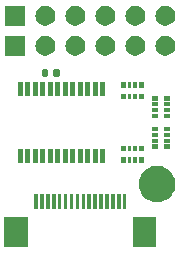
<source format=gbr>
%TF.GenerationSoftware,KiCad,Pcbnew,8.0.8-8.0.8-0~ubuntu24.04.1*%
%TF.CreationDate,2025-03-22T16:56:25+00:00*%
%TF.ProjectId,FSRrayDMUX-ADC,46535272-6179-4444-9d55-582d4144432e,rev?*%
%TF.SameCoordinates,Original*%
%TF.FileFunction,Soldermask,Bot*%
%TF.FilePolarity,Negative*%
%FSLAX46Y46*%
G04 Gerber Fmt 4.6, Leading zero omitted, Abs format (unit mm)*
G04 Created by KiCad (PCBNEW 8.0.8-8.0.8-0~ubuntu24.04.1) date 2025-03-22 16:56:25*
%MOMM*%
%LPD*%
G01*
G04 APERTURE LIST*
G04 APERTURE END LIST*
G36*
X149560000Y-142540000D02*
G01*
X147560000Y-142540000D01*
X147560000Y-140040000D01*
X149560000Y-140040000D01*
X149560000Y-142540000D01*
G37*
G36*
X160440000Y-142540000D02*
G01*
X158440000Y-142540000D01*
X158440000Y-140040000D01*
X160440000Y-140040000D01*
X160440000Y-142540000D01*
G37*
G36*
X150400000Y-139335000D02*
G01*
X150100000Y-139335000D01*
X150100000Y-138085000D01*
X150400000Y-138085000D01*
X150400000Y-139335000D01*
G37*
G36*
X150900000Y-139335000D02*
G01*
X150600000Y-139335000D01*
X150600000Y-138085000D01*
X150900000Y-138085000D01*
X150900000Y-139335000D01*
G37*
G36*
X151400000Y-139335000D02*
G01*
X151100000Y-139335000D01*
X151100000Y-138085000D01*
X151400000Y-138085000D01*
X151400000Y-139335000D01*
G37*
G36*
X151900000Y-139335000D02*
G01*
X151600000Y-139335000D01*
X151600000Y-138085000D01*
X151900000Y-138085000D01*
X151900000Y-139335000D01*
G37*
G36*
X152400000Y-139335000D02*
G01*
X152100000Y-139335000D01*
X152100000Y-138085000D01*
X152400000Y-138085000D01*
X152400000Y-139335000D01*
G37*
G36*
X152900000Y-139335000D02*
G01*
X152600000Y-139335000D01*
X152600000Y-138085000D01*
X152900000Y-138085000D01*
X152900000Y-139335000D01*
G37*
G36*
X153400000Y-139335000D02*
G01*
X153100000Y-139335000D01*
X153100000Y-138085000D01*
X153400000Y-138085000D01*
X153400000Y-139335000D01*
G37*
G36*
X153900000Y-139335000D02*
G01*
X153600000Y-139335000D01*
X153600000Y-138085000D01*
X153900000Y-138085000D01*
X153900000Y-139335000D01*
G37*
G36*
X154400000Y-139335000D02*
G01*
X154100000Y-139335000D01*
X154100000Y-138085000D01*
X154400000Y-138085000D01*
X154400000Y-139335000D01*
G37*
G36*
X154900000Y-139335000D02*
G01*
X154600000Y-139335000D01*
X154600000Y-138085000D01*
X154900000Y-138085000D01*
X154900000Y-139335000D01*
G37*
G36*
X155400000Y-139335000D02*
G01*
X155100000Y-139335000D01*
X155100000Y-138085000D01*
X155400000Y-138085000D01*
X155400000Y-139335000D01*
G37*
G36*
X155900000Y-139335000D02*
G01*
X155600000Y-139335000D01*
X155600000Y-138085000D01*
X155900000Y-138085000D01*
X155900000Y-139335000D01*
G37*
G36*
X156400000Y-139335000D02*
G01*
X156100000Y-139335000D01*
X156100000Y-138085000D01*
X156400000Y-138085000D01*
X156400000Y-139335000D01*
G37*
G36*
X156900000Y-139335000D02*
G01*
X156600000Y-139335000D01*
X156600000Y-138085000D01*
X156900000Y-138085000D01*
X156900000Y-139335000D01*
G37*
G36*
X157400000Y-139335000D02*
G01*
X157100000Y-139335000D01*
X157100000Y-138085000D01*
X157400000Y-138085000D01*
X157400000Y-139335000D01*
G37*
G36*
X157900000Y-139335000D02*
G01*
X157600000Y-139335000D01*
X157600000Y-138085000D01*
X157900000Y-138085000D01*
X157900000Y-139335000D01*
G37*
G36*
X160742473Y-135669083D02*
G01*
X160978976Y-135725862D01*
X161203685Y-135818940D01*
X161411067Y-135946024D01*
X161596016Y-136103984D01*
X161753976Y-136288933D01*
X161881060Y-136496315D01*
X161974138Y-136721024D01*
X162030917Y-136957527D01*
X162050000Y-137200000D01*
X162030917Y-137442473D01*
X161974138Y-137678976D01*
X161881060Y-137903685D01*
X161753976Y-138111067D01*
X161596016Y-138296016D01*
X161411067Y-138453976D01*
X161203685Y-138581060D01*
X160978976Y-138674138D01*
X160742473Y-138730917D01*
X160500000Y-138750000D01*
X160257527Y-138730917D01*
X160021024Y-138674138D01*
X159796315Y-138581060D01*
X159588933Y-138453976D01*
X159403984Y-138296016D01*
X159246024Y-138111067D01*
X159118940Y-137903685D01*
X159025862Y-137678976D01*
X158969083Y-137442473D01*
X158950000Y-137200000D01*
X158969083Y-136957527D01*
X159025862Y-136721024D01*
X159118940Y-136496315D01*
X159246024Y-136288933D01*
X159403984Y-136103984D01*
X159588933Y-135946024D01*
X159796315Y-135818940D01*
X160021024Y-135725862D01*
X160257527Y-135669083D01*
X160500000Y-135650000D01*
X160742473Y-135669083D01*
G37*
G36*
X149099845Y-134216560D02*
G01*
X149106496Y-134221004D01*
X149110940Y-134227655D01*
X149112500Y-134235500D01*
X149112500Y-135434500D01*
X149110940Y-135442345D01*
X149106496Y-135448996D01*
X149099845Y-135453440D01*
X149092000Y-135455000D01*
X148723000Y-135455000D01*
X148715155Y-135453440D01*
X148708504Y-135448996D01*
X148704060Y-135442345D01*
X148702500Y-135434500D01*
X148702500Y-134235500D01*
X148704060Y-134227655D01*
X148708504Y-134221004D01*
X148715155Y-134216560D01*
X148723000Y-134215000D01*
X149092000Y-134215000D01*
X149099845Y-134216560D01*
G37*
G36*
X149734845Y-134216560D02*
G01*
X149741496Y-134221004D01*
X149745940Y-134227655D01*
X149747500Y-134235500D01*
X149747500Y-135434500D01*
X149745940Y-135442345D01*
X149741496Y-135448996D01*
X149734845Y-135453440D01*
X149727000Y-135455000D01*
X149358000Y-135455000D01*
X149350155Y-135453440D01*
X149343504Y-135448996D01*
X149339060Y-135442345D01*
X149337500Y-135434500D01*
X149337500Y-134235500D01*
X149339060Y-134227655D01*
X149343504Y-134221004D01*
X149350155Y-134216560D01*
X149358000Y-134215000D01*
X149727000Y-134215000D01*
X149734845Y-134216560D01*
G37*
G36*
X150369845Y-134216560D02*
G01*
X150376496Y-134221004D01*
X150380940Y-134227655D01*
X150382500Y-134235500D01*
X150382500Y-135434500D01*
X150380940Y-135442345D01*
X150376496Y-135448996D01*
X150369845Y-135453440D01*
X150362000Y-135455000D01*
X149993000Y-135455000D01*
X149985155Y-135453440D01*
X149978504Y-135448996D01*
X149974060Y-135442345D01*
X149972500Y-135434500D01*
X149972500Y-134235500D01*
X149974060Y-134227655D01*
X149978504Y-134221004D01*
X149985155Y-134216560D01*
X149993000Y-134215000D01*
X150362000Y-134215000D01*
X150369845Y-134216560D01*
G37*
G36*
X151004845Y-134216560D02*
G01*
X151011496Y-134221004D01*
X151015940Y-134227655D01*
X151017500Y-134235500D01*
X151017500Y-135434500D01*
X151015940Y-135442345D01*
X151011496Y-135448996D01*
X151004845Y-135453440D01*
X150997000Y-135455000D01*
X150628000Y-135455000D01*
X150620155Y-135453440D01*
X150613504Y-135448996D01*
X150609060Y-135442345D01*
X150607500Y-135434500D01*
X150607500Y-134235500D01*
X150609060Y-134227655D01*
X150613504Y-134221004D01*
X150620155Y-134216560D01*
X150628000Y-134215000D01*
X150997000Y-134215000D01*
X151004845Y-134216560D01*
G37*
G36*
X151639845Y-134216560D02*
G01*
X151646496Y-134221004D01*
X151650940Y-134227655D01*
X151652500Y-134235500D01*
X151652500Y-135434500D01*
X151650940Y-135442345D01*
X151646496Y-135448996D01*
X151639845Y-135453440D01*
X151632000Y-135455000D01*
X151263000Y-135455000D01*
X151255155Y-135453440D01*
X151248504Y-135448996D01*
X151244060Y-135442345D01*
X151242500Y-135434500D01*
X151242500Y-134235500D01*
X151244060Y-134227655D01*
X151248504Y-134221004D01*
X151255155Y-134216560D01*
X151263000Y-134215000D01*
X151632000Y-134215000D01*
X151639845Y-134216560D01*
G37*
G36*
X152274845Y-134216560D02*
G01*
X152281496Y-134221004D01*
X152285940Y-134227655D01*
X152287500Y-134235500D01*
X152287500Y-135434500D01*
X152285940Y-135442345D01*
X152281496Y-135448996D01*
X152274845Y-135453440D01*
X152267000Y-135455000D01*
X151898000Y-135455000D01*
X151890155Y-135453440D01*
X151883504Y-135448996D01*
X151879060Y-135442345D01*
X151877500Y-135434500D01*
X151877500Y-134235500D01*
X151879060Y-134227655D01*
X151883504Y-134221004D01*
X151890155Y-134216560D01*
X151898000Y-134215000D01*
X152267000Y-134215000D01*
X152274845Y-134216560D01*
G37*
G36*
X152909845Y-134216560D02*
G01*
X152916496Y-134221004D01*
X152920940Y-134227655D01*
X152922500Y-134235500D01*
X152922500Y-135434500D01*
X152920940Y-135442345D01*
X152916496Y-135448996D01*
X152909845Y-135453440D01*
X152902000Y-135455000D01*
X152533000Y-135455000D01*
X152525155Y-135453440D01*
X152518504Y-135448996D01*
X152514060Y-135442345D01*
X152512500Y-135434500D01*
X152512500Y-134235500D01*
X152514060Y-134227655D01*
X152518504Y-134221004D01*
X152525155Y-134216560D01*
X152533000Y-134215000D01*
X152902000Y-134215000D01*
X152909845Y-134216560D01*
G37*
G36*
X153544845Y-134216560D02*
G01*
X153551496Y-134221004D01*
X153555940Y-134227655D01*
X153557500Y-134235500D01*
X153557500Y-135434500D01*
X153555940Y-135442345D01*
X153551496Y-135448996D01*
X153544845Y-135453440D01*
X153537000Y-135455000D01*
X153168000Y-135455000D01*
X153160155Y-135453440D01*
X153153504Y-135448996D01*
X153149060Y-135442345D01*
X153147500Y-135434500D01*
X153147500Y-134235500D01*
X153149060Y-134227655D01*
X153153504Y-134221004D01*
X153160155Y-134216560D01*
X153168000Y-134215000D01*
X153537000Y-134215000D01*
X153544845Y-134216560D01*
G37*
G36*
X154179845Y-134216560D02*
G01*
X154186496Y-134221004D01*
X154190940Y-134227655D01*
X154192500Y-134235500D01*
X154192500Y-135434500D01*
X154190940Y-135442345D01*
X154186496Y-135448996D01*
X154179845Y-135453440D01*
X154172000Y-135455000D01*
X153803000Y-135455000D01*
X153795155Y-135453440D01*
X153788504Y-135448996D01*
X153784060Y-135442345D01*
X153782500Y-135434500D01*
X153782500Y-134235500D01*
X153784060Y-134227655D01*
X153788504Y-134221004D01*
X153795155Y-134216560D01*
X153803000Y-134215000D01*
X154172000Y-134215000D01*
X154179845Y-134216560D01*
G37*
G36*
X154814845Y-134216560D02*
G01*
X154821496Y-134221004D01*
X154825940Y-134227655D01*
X154827500Y-134235500D01*
X154827500Y-135434500D01*
X154825940Y-135442345D01*
X154821496Y-135448996D01*
X154814845Y-135453440D01*
X154807000Y-135455000D01*
X154438000Y-135455000D01*
X154430155Y-135453440D01*
X154423504Y-135448996D01*
X154419060Y-135442345D01*
X154417500Y-135434500D01*
X154417500Y-134235500D01*
X154419060Y-134227655D01*
X154423504Y-134221004D01*
X154430155Y-134216560D01*
X154438000Y-134215000D01*
X154807000Y-134215000D01*
X154814845Y-134216560D01*
G37*
G36*
X155449845Y-134216560D02*
G01*
X155456496Y-134221004D01*
X155460940Y-134227655D01*
X155462500Y-134235500D01*
X155462500Y-135434500D01*
X155460940Y-135442345D01*
X155456496Y-135448996D01*
X155449845Y-135453440D01*
X155442000Y-135455000D01*
X155073000Y-135455000D01*
X155065155Y-135453440D01*
X155058504Y-135448996D01*
X155054060Y-135442345D01*
X155052500Y-135434500D01*
X155052500Y-134235500D01*
X155054060Y-134227655D01*
X155058504Y-134221004D01*
X155065155Y-134216560D01*
X155073000Y-134215000D01*
X155442000Y-134215000D01*
X155449845Y-134216560D01*
G37*
G36*
X156084845Y-134216560D02*
G01*
X156091496Y-134221004D01*
X156095940Y-134227655D01*
X156097500Y-134235500D01*
X156097500Y-135434500D01*
X156095940Y-135442345D01*
X156091496Y-135448996D01*
X156084845Y-135453440D01*
X156077000Y-135455000D01*
X155708000Y-135455000D01*
X155700155Y-135453440D01*
X155693504Y-135448996D01*
X155689060Y-135442345D01*
X155687500Y-135434500D01*
X155687500Y-134235500D01*
X155689060Y-134227655D01*
X155693504Y-134221004D01*
X155700155Y-134216560D01*
X155708000Y-134215000D01*
X156077000Y-134215000D01*
X156084845Y-134216560D01*
G37*
G36*
X157850000Y-135450000D02*
G01*
X157450000Y-135450000D01*
X157450000Y-134950000D01*
X157850000Y-134950000D01*
X157850000Y-135450000D01*
G37*
G36*
X158300000Y-135450000D02*
G01*
X158000000Y-135450000D01*
X158000000Y-134950000D01*
X158300000Y-134950000D01*
X158300000Y-135450000D01*
G37*
G36*
X158800000Y-135450000D02*
G01*
X158500000Y-135450000D01*
X158500000Y-134950000D01*
X158800000Y-134950000D01*
X158800000Y-135450000D01*
G37*
G36*
X159350000Y-135450000D02*
G01*
X158950000Y-135450000D01*
X158950000Y-134950000D01*
X159350000Y-134950000D01*
X159350000Y-135450000D01*
G37*
G36*
X157850000Y-134450000D02*
G01*
X157450000Y-134450000D01*
X157450000Y-133950000D01*
X157850000Y-133950000D01*
X157850000Y-134450000D01*
G37*
G36*
X158300000Y-134450000D02*
G01*
X158000000Y-134450000D01*
X158000000Y-133950000D01*
X158300000Y-133950000D01*
X158300000Y-134450000D01*
G37*
G36*
X158800000Y-134450000D02*
G01*
X158500000Y-134450000D01*
X158500000Y-133950000D01*
X158800000Y-133950000D01*
X158800000Y-134450000D01*
G37*
G36*
X159350000Y-134450000D02*
G01*
X158950000Y-134450000D01*
X158950000Y-133950000D01*
X159350000Y-133950000D01*
X159350000Y-134450000D01*
G37*
G36*
X160550000Y-134250000D02*
G01*
X160050000Y-134250000D01*
X160050000Y-133850000D01*
X160550000Y-133850000D01*
X160550000Y-134250000D01*
G37*
G36*
X161550000Y-134250000D02*
G01*
X161050000Y-134250000D01*
X161050000Y-133850000D01*
X161550000Y-133850000D01*
X161550000Y-134250000D01*
G37*
G36*
X160550000Y-133700000D02*
G01*
X160050000Y-133700000D01*
X160050000Y-133400000D01*
X160550000Y-133400000D01*
X160550000Y-133700000D01*
G37*
G36*
X161550000Y-133700000D02*
G01*
X161050000Y-133700000D01*
X161050000Y-133400000D01*
X161550000Y-133400000D01*
X161550000Y-133700000D01*
G37*
G36*
X160550000Y-133200000D02*
G01*
X160050000Y-133200000D01*
X160050000Y-132900000D01*
X160550000Y-132900000D01*
X160550000Y-133200000D01*
G37*
G36*
X161550000Y-133200000D02*
G01*
X161050000Y-133200000D01*
X161050000Y-132900000D01*
X161550000Y-132900000D01*
X161550000Y-133200000D01*
G37*
G36*
X160550000Y-132750000D02*
G01*
X160050000Y-132750000D01*
X160050000Y-132350000D01*
X160550000Y-132350000D01*
X160550000Y-132750000D01*
G37*
G36*
X161550000Y-132750000D02*
G01*
X161050000Y-132750000D01*
X161050000Y-132350000D01*
X161550000Y-132350000D01*
X161550000Y-132750000D01*
G37*
G36*
X160550000Y-131650000D02*
G01*
X160050000Y-131650000D01*
X160050000Y-131250000D01*
X160550000Y-131250000D01*
X160550000Y-131650000D01*
G37*
G36*
X161550000Y-131650000D02*
G01*
X161050000Y-131650000D01*
X161050000Y-131250000D01*
X161550000Y-131250000D01*
X161550000Y-131650000D01*
G37*
G36*
X160550000Y-131100000D02*
G01*
X160050000Y-131100000D01*
X160050000Y-130800000D01*
X160550000Y-130800000D01*
X160550000Y-131100000D01*
G37*
G36*
X161550000Y-131100000D02*
G01*
X161050000Y-131100000D01*
X161050000Y-130800000D01*
X161550000Y-130800000D01*
X161550000Y-131100000D01*
G37*
G36*
X160550000Y-130600000D02*
G01*
X160050000Y-130600000D01*
X160050000Y-130300000D01*
X160550000Y-130300000D01*
X160550000Y-130600000D01*
G37*
G36*
X161550000Y-130600000D02*
G01*
X161050000Y-130600000D01*
X161050000Y-130300000D01*
X161550000Y-130300000D01*
X161550000Y-130600000D01*
G37*
G36*
X160550000Y-130150000D02*
G01*
X160050000Y-130150000D01*
X160050000Y-129750000D01*
X160550000Y-129750000D01*
X160550000Y-130150000D01*
G37*
G36*
X161550000Y-130150000D02*
G01*
X161050000Y-130150000D01*
X161050000Y-129750000D01*
X161550000Y-129750000D01*
X161550000Y-130150000D01*
G37*
G36*
X157850000Y-130050000D02*
G01*
X157450000Y-130050000D01*
X157450000Y-129550000D01*
X157850000Y-129550000D01*
X157850000Y-130050000D01*
G37*
G36*
X158300000Y-130050000D02*
G01*
X158000000Y-130050000D01*
X158000000Y-129550000D01*
X158300000Y-129550000D01*
X158300000Y-130050000D01*
G37*
G36*
X158800000Y-130050000D02*
G01*
X158500000Y-130050000D01*
X158500000Y-129550000D01*
X158800000Y-129550000D01*
X158800000Y-130050000D01*
G37*
G36*
X159350000Y-130050000D02*
G01*
X158950000Y-130050000D01*
X158950000Y-129550000D01*
X159350000Y-129550000D01*
X159350000Y-130050000D01*
G37*
G36*
X149099845Y-128546560D02*
G01*
X149106496Y-128551004D01*
X149110940Y-128557655D01*
X149112500Y-128565500D01*
X149112500Y-129764500D01*
X149110940Y-129772345D01*
X149106496Y-129778996D01*
X149099845Y-129783440D01*
X149092000Y-129785000D01*
X148723000Y-129785000D01*
X148715155Y-129783440D01*
X148708504Y-129778996D01*
X148704060Y-129772345D01*
X148702500Y-129764500D01*
X148702500Y-128565500D01*
X148704060Y-128557655D01*
X148708504Y-128551004D01*
X148715155Y-128546560D01*
X148723000Y-128545000D01*
X149092000Y-128545000D01*
X149099845Y-128546560D01*
G37*
G36*
X149734845Y-128546560D02*
G01*
X149741496Y-128551004D01*
X149745940Y-128557655D01*
X149747500Y-128565500D01*
X149747500Y-129764500D01*
X149745940Y-129772345D01*
X149741496Y-129778996D01*
X149734845Y-129783440D01*
X149727000Y-129785000D01*
X149358000Y-129785000D01*
X149350155Y-129783440D01*
X149343504Y-129778996D01*
X149339060Y-129772345D01*
X149337500Y-129764500D01*
X149337500Y-128565500D01*
X149339060Y-128557655D01*
X149343504Y-128551004D01*
X149350155Y-128546560D01*
X149358000Y-128545000D01*
X149727000Y-128545000D01*
X149734845Y-128546560D01*
G37*
G36*
X150369845Y-128546560D02*
G01*
X150376496Y-128551004D01*
X150380940Y-128557655D01*
X150382500Y-128565500D01*
X150382500Y-129764500D01*
X150380940Y-129772345D01*
X150376496Y-129778996D01*
X150369845Y-129783440D01*
X150362000Y-129785000D01*
X149993000Y-129785000D01*
X149985155Y-129783440D01*
X149978504Y-129778996D01*
X149974060Y-129772345D01*
X149972500Y-129764500D01*
X149972500Y-128565500D01*
X149974060Y-128557655D01*
X149978504Y-128551004D01*
X149985155Y-128546560D01*
X149993000Y-128545000D01*
X150362000Y-128545000D01*
X150369845Y-128546560D01*
G37*
G36*
X151004845Y-128546560D02*
G01*
X151011496Y-128551004D01*
X151015940Y-128557655D01*
X151017500Y-128565500D01*
X151017500Y-129764500D01*
X151015940Y-129772345D01*
X151011496Y-129778996D01*
X151004845Y-129783440D01*
X150997000Y-129785000D01*
X150628000Y-129785000D01*
X150620155Y-129783440D01*
X150613504Y-129778996D01*
X150609060Y-129772345D01*
X150607500Y-129764500D01*
X150607500Y-128565500D01*
X150609060Y-128557655D01*
X150613504Y-128551004D01*
X150620155Y-128546560D01*
X150628000Y-128545000D01*
X150997000Y-128545000D01*
X151004845Y-128546560D01*
G37*
G36*
X151639845Y-128546560D02*
G01*
X151646496Y-128551004D01*
X151650940Y-128557655D01*
X151652500Y-128565500D01*
X151652500Y-129764500D01*
X151650940Y-129772345D01*
X151646496Y-129778996D01*
X151639845Y-129783440D01*
X151632000Y-129785000D01*
X151263000Y-129785000D01*
X151255155Y-129783440D01*
X151248504Y-129778996D01*
X151244060Y-129772345D01*
X151242500Y-129764500D01*
X151242500Y-128565500D01*
X151244060Y-128557655D01*
X151248504Y-128551004D01*
X151255155Y-128546560D01*
X151263000Y-128545000D01*
X151632000Y-128545000D01*
X151639845Y-128546560D01*
G37*
G36*
X152274845Y-128546560D02*
G01*
X152281496Y-128551004D01*
X152285940Y-128557655D01*
X152287500Y-128565500D01*
X152287500Y-129764500D01*
X152285940Y-129772345D01*
X152281496Y-129778996D01*
X152274845Y-129783440D01*
X152267000Y-129785000D01*
X151898000Y-129785000D01*
X151890155Y-129783440D01*
X151883504Y-129778996D01*
X151879060Y-129772345D01*
X151877500Y-129764500D01*
X151877500Y-128565500D01*
X151879060Y-128557655D01*
X151883504Y-128551004D01*
X151890155Y-128546560D01*
X151898000Y-128545000D01*
X152267000Y-128545000D01*
X152274845Y-128546560D01*
G37*
G36*
X152909845Y-128546560D02*
G01*
X152916496Y-128551004D01*
X152920940Y-128557655D01*
X152922500Y-128565500D01*
X152922500Y-129764500D01*
X152920940Y-129772345D01*
X152916496Y-129778996D01*
X152909845Y-129783440D01*
X152902000Y-129785000D01*
X152533000Y-129785000D01*
X152525155Y-129783440D01*
X152518504Y-129778996D01*
X152514060Y-129772345D01*
X152512500Y-129764500D01*
X152512500Y-128565500D01*
X152514060Y-128557655D01*
X152518504Y-128551004D01*
X152525155Y-128546560D01*
X152533000Y-128545000D01*
X152902000Y-128545000D01*
X152909845Y-128546560D01*
G37*
G36*
X153544845Y-128546560D02*
G01*
X153551496Y-128551004D01*
X153555940Y-128557655D01*
X153557500Y-128565500D01*
X153557500Y-129764500D01*
X153555940Y-129772345D01*
X153551496Y-129778996D01*
X153544845Y-129783440D01*
X153537000Y-129785000D01*
X153168000Y-129785000D01*
X153160155Y-129783440D01*
X153153504Y-129778996D01*
X153149060Y-129772345D01*
X153147500Y-129764500D01*
X153147500Y-128565500D01*
X153149060Y-128557655D01*
X153153504Y-128551004D01*
X153160155Y-128546560D01*
X153168000Y-128545000D01*
X153537000Y-128545000D01*
X153544845Y-128546560D01*
G37*
G36*
X154179845Y-128546560D02*
G01*
X154186496Y-128551004D01*
X154190940Y-128557655D01*
X154192500Y-128565500D01*
X154192500Y-129764500D01*
X154190940Y-129772345D01*
X154186496Y-129778996D01*
X154179845Y-129783440D01*
X154172000Y-129785000D01*
X153803000Y-129785000D01*
X153795155Y-129783440D01*
X153788504Y-129778996D01*
X153784060Y-129772345D01*
X153782500Y-129764500D01*
X153782500Y-128565500D01*
X153784060Y-128557655D01*
X153788504Y-128551004D01*
X153795155Y-128546560D01*
X153803000Y-128545000D01*
X154172000Y-128545000D01*
X154179845Y-128546560D01*
G37*
G36*
X154814845Y-128546560D02*
G01*
X154821496Y-128551004D01*
X154825940Y-128557655D01*
X154827500Y-128565500D01*
X154827500Y-129764500D01*
X154825940Y-129772345D01*
X154821496Y-129778996D01*
X154814845Y-129783440D01*
X154807000Y-129785000D01*
X154438000Y-129785000D01*
X154430155Y-129783440D01*
X154423504Y-129778996D01*
X154419060Y-129772345D01*
X154417500Y-129764500D01*
X154417500Y-128565500D01*
X154419060Y-128557655D01*
X154423504Y-128551004D01*
X154430155Y-128546560D01*
X154438000Y-128545000D01*
X154807000Y-128545000D01*
X154814845Y-128546560D01*
G37*
G36*
X155449845Y-128546560D02*
G01*
X155456496Y-128551004D01*
X155460940Y-128557655D01*
X155462500Y-128565500D01*
X155462500Y-129764500D01*
X155460940Y-129772345D01*
X155456496Y-129778996D01*
X155449845Y-129783440D01*
X155442000Y-129785000D01*
X155073000Y-129785000D01*
X155065155Y-129783440D01*
X155058504Y-129778996D01*
X155054060Y-129772345D01*
X155052500Y-129764500D01*
X155052500Y-128565500D01*
X155054060Y-128557655D01*
X155058504Y-128551004D01*
X155065155Y-128546560D01*
X155073000Y-128545000D01*
X155442000Y-128545000D01*
X155449845Y-128546560D01*
G37*
G36*
X156084845Y-128546560D02*
G01*
X156091496Y-128551004D01*
X156095940Y-128557655D01*
X156097500Y-128565500D01*
X156097500Y-129764500D01*
X156095940Y-129772345D01*
X156091496Y-129778996D01*
X156084845Y-129783440D01*
X156077000Y-129785000D01*
X155708000Y-129785000D01*
X155700155Y-129783440D01*
X155693504Y-129778996D01*
X155689060Y-129772345D01*
X155687500Y-129764500D01*
X155687500Y-128565500D01*
X155689060Y-128557655D01*
X155693504Y-128551004D01*
X155700155Y-128546560D01*
X155708000Y-128545000D01*
X156077000Y-128545000D01*
X156084845Y-128546560D01*
G37*
G36*
X157850000Y-129050000D02*
G01*
X157450000Y-129050000D01*
X157450000Y-128550000D01*
X157850000Y-128550000D01*
X157850000Y-129050000D01*
G37*
G36*
X158300000Y-129050000D02*
G01*
X158000000Y-129050000D01*
X158000000Y-128550000D01*
X158300000Y-128550000D01*
X158300000Y-129050000D01*
G37*
G36*
X158800000Y-129050000D02*
G01*
X158500000Y-129050000D01*
X158500000Y-128550000D01*
X158800000Y-128550000D01*
X158800000Y-129050000D01*
G37*
G36*
X159350000Y-129050000D02*
G01*
X158950000Y-129050000D01*
X158950000Y-128550000D01*
X159350000Y-128550000D01*
X159350000Y-129050000D01*
G37*
G36*
X151213576Y-127500657D02*
G01*
X151258995Y-127531005D01*
X151289343Y-127576424D01*
X151300000Y-127630000D01*
X151300000Y-127970000D01*
X151289343Y-128023576D01*
X151258995Y-128068995D01*
X151213576Y-128099343D01*
X151160000Y-128110000D01*
X150880000Y-128110000D01*
X150826424Y-128099343D01*
X150781005Y-128068995D01*
X150750657Y-128023576D01*
X150740000Y-127970000D01*
X150740000Y-127630000D01*
X150750657Y-127576424D01*
X150781005Y-127531005D01*
X150826424Y-127500657D01*
X150880000Y-127490000D01*
X151160000Y-127490000D01*
X151213576Y-127500657D01*
G37*
G36*
X152173576Y-127500657D02*
G01*
X152218995Y-127531005D01*
X152249343Y-127576424D01*
X152260000Y-127630000D01*
X152260000Y-127970000D01*
X152249343Y-128023576D01*
X152218995Y-128068995D01*
X152173576Y-128099343D01*
X152120000Y-128110000D01*
X151840000Y-128110000D01*
X151786424Y-128099343D01*
X151741005Y-128068995D01*
X151710657Y-128023576D01*
X151700000Y-127970000D01*
X151700000Y-127630000D01*
X151710657Y-127576424D01*
X151741005Y-127531005D01*
X151786424Y-127500657D01*
X151840000Y-127490000D01*
X152120000Y-127490000D01*
X152173576Y-127500657D01*
G37*
G36*
X149350000Y-126350000D02*
G01*
X147650000Y-126350000D01*
X147650000Y-124650000D01*
X149350000Y-124650000D01*
X149350000Y-126350000D01*
G37*
G36*
X151302664Y-124691602D02*
G01*
X151465000Y-124763878D01*
X151608761Y-124868327D01*
X151727664Y-125000383D01*
X151816514Y-125154274D01*
X151871425Y-125323275D01*
X151890000Y-125500000D01*
X151871425Y-125676725D01*
X151816514Y-125845726D01*
X151727664Y-125999617D01*
X151608761Y-126131673D01*
X151465000Y-126236122D01*
X151302664Y-126308398D01*
X151128849Y-126345344D01*
X150951151Y-126345344D01*
X150777336Y-126308398D01*
X150615000Y-126236122D01*
X150471239Y-126131673D01*
X150352336Y-125999617D01*
X150263486Y-125845726D01*
X150208575Y-125676725D01*
X150190000Y-125500000D01*
X150208575Y-125323275D01*
X150263486Y-125154274D01*
X150352336Y-125000383D01*
X150471239Y-124868327D01*
X150615000Y-124763878D01*
X150777336Y-124691602D01*
X150951151Y-124654656D01*
X151128849Y-124654656D01*
X151302664Y-124691602D01*
G37*
G36*
X153842664Y-124691602D02*
G01*
X154005000Y-124763878D01*
X154148761Y-124868327D01*
X154267664Y-125000383D01*
X154356514Y-125154274D01*
X154411425Y-125323275D01*
X154430000Y-125500000D01*
X154411425Y-125676725D01*
X154356514Y-125845726D01*
X154267664Y-125999617D01*
X154148761Y-126131673D01*
X154005000Y-126236122D01*
X153842664Y-126308398D01*
X153668849Y-126345344D01*
X153491151Y-126345344D01*
X153317336Y-126308398D01*
X153155000Y-126236122D01*
X153011239Y-126131673D01*
X152892336Y-125999617D01*
X152803486Y-125845726D01*
X152748575Y-125676725D01*
X152730000Y-125500000D01*
X152748575Y-125323275D01*
X152803486Y-125154274D01*
X152892336Y-125000383D01*
X153011239Y-124868327D01*
X153155000Y-124763878D01*
X153317336Y-124691602D01*
X153491151Y-124654656D01*
X153668849Y-124654656D01*
X153842664Y-124691602D01*
G37*
G36*
X156382664Y-124691602D02*
G01*
X156545000Y-124763878D01*
X156688761Y-124868327D01*
X156807664Y-125000383D01*
X156896514Y-125154274D01*
X156951425Y-125323275D01*
X156970000Y-125500000D01*
X156951425Y-125676725D01*
X156896514Y-125845726D01*
X156807664Y-125999617D01*
X156688761Y-126131673D01*
X156545000Y-126236122D01*
X156382664Y-126308398D01*
X156208849Y-126345344D01*
X156031151Y-126345344D01*
X155857336Y-126308398D01*
X155695000Y-126236122D01*
X155551239Y-126131673D01*
X155432336Y-125999617D01*
X155343486Y-125845726D01*
X155288575Y-125676725D01*
X155270000Y-125500000D01*
X155288575Y-125323275D01*
X155343486Y-125154274D01*
X155432336Y-125000383D01*
X155551239Y-124868327D01*
X155695000Y-124763878D01*
X155857336Y-124691602D01*
X156031151Y-124654656D01*
X156208849Y-124654656D01*
X156382664Y-124691602D01*
G37*
G36*
X158922664Y-124691602D02*
G01*
X159085000Y-124763878D01*
X159228761Y-124868327D01*
X159347664Y-125000383D01*
X159436514Y-125154274D01*
X159491425Y-125323275D01*
X159510000Y-125500000D01*
X159491425Y-125676725D01*
X159436514Y-125845726D01*
X159347664Y-125999617D01*
X159228761Y-126131673D01*
X159085000Y-126236122D01*
X158922664Y-126308398D01*
X158748849Y-126345344D01*
X158571151Y-126345344D01*
X158397336Y-126308398D01*
X158235000Y-126236122D01*
X158091239Y-126131673D01*
X157972336Y-125999617D01*
X157883486Y-125845726D01*
X157828575Y-125676725D01*
X157810000Y-125500000D01*
X157828575Y-125323275D01*
X157883486Y-125154274D01*
X157972336Y-125000383D01*
X158091239Y-124868327D01*
X158235000Y-124763878D01*
X158397336Y-124691602D01*
X158571151Y-124654656D01*
X158748849Y-124654656D01*
X158922664Y-124691602D01*
G37*
G36*
X161462664Y-124691602D02*
G01*
X161625000Y-124763878D01*
X161768761Y-124868327D01*
X161887664Y-125000383D01*
X161976514Y-125154274D01*
X162031425Y-125323275D01*
X162050000Y-125500000D01*
X162031425Y-125676725D01*
X161976514Y-125845726D01*
X161887664Y-125999617D01*
X161768761Y-126131673D01*
X161625000Y-126236122D01*
X161462664Y-126308398D01*
X161288849Y-126345344D01*
X161111151Y-126345344D01*
X160937336Y-126308398D01*
X160775000Y-126236122D01*
X160631239Y-126131673D01*
X160512336Y-125999617D01*
X160423486Y-125845726D01*
X160368575Y-125676725D01*
X160350000Y-125500000D01*
X160368575Y-125323275D01*
X160423486Y-125154274D01*
X160512336Y-125000383D01*
X160631239Y-124868327D01*
X160775000Y-124763878D01*
X160937336Y-124691602D01*
X161111151Y-124654656D01*
X161288849Y-124654656D01*
X161462664Y-124691602D01*
G37*
G36*
X149350000Y-123810000D02*
G01*
X147650000Y-123810000D01*
X147650000Y-122110000D01*
X149350000Y-122110000D01*
X149350000Y-123810000D01*
G37*
G36*
X151302664Y-122151602D02*
G01*
X151465000Y-122223878D01*
X151608761Y-122328327D01*
X151727664Y-122460383D01*
X151816514Y-122614274D01*
X151871425Y-122783275D01*
X151890000Y-122960000D01*
X151871425Y-123136725D01*
X151816514Y-123305726D01*
X151727664Y-123459617D01*
X151608761Y-123591673D01*
X151465000Y-123696122D01*
X151302664Y-123768398D01*
X151128849Y-123805344D01*
X150951151Y-123805344D01*
X150777336Y-123768398D01*
X150615000Y-123696122D01*
X150471239Y-123591673D01*
X150352336Y-123459617D01*
X150263486Y-123305726D01*
X150208575Y-123136725D01*
X150190000Y-122960000D01*
X150208575Y-122783275D01*
X150263486Y-122614274D01*
X150352336Y-122460383D01*
X150471239Y-122328327D01*
X150615000Y-122223878D01*
X150777336Y-122151602D01*
X150951151Y-122114656D01*
X151128849Y-122114656D01*
X151302664Y-122151602D01*
G37*
G36*
X153842664Y-122151602D02*
G01*
X154005000Y-122223878D01*
X154148761Y-122328327D01*
X154267664Y-122460383D01*
X154356514Y-122614274D01*
X154411425Y-122783275D01*
X154430000Y-122960000D01*
X154411425Y-123136725D01*
X154356514Y-123305726D01*
X154267664Y-123459617D01*
X154148761Y-123591673D01*
X154005000Y-123696122D01*
X153842664Y-123768398D01*
X153668849Y-123805344D01*
X153491151Y-123805344D01*
X153317336Y-123768398D01*
X153155000Y-123696122D01*
X153011239Y-123591673D01*
X152892336Y-123459617D01*
X152803486Y-123305726D01*
X152748575Y-123136725D01*
X152730000Y-122960000D01*
X152748575Y-122783275D01*
X152803486Y-122614274D01*
X152892336Y-122460383D01*
X153011239Y-122328327D01*
X153155000Y-122223878D01*
X153317336Y-122151602D01*
X153491151Y-122114656D01*
X153668849Y-122114656D01*
X153842664Y-122151602D01*
G37*
G36*
X156382664Y-122151602D02*
G01*
X156545000Y-122223878D01*
X156688761Y-122328327D01*
X156807664Y-122460383D01*
X156896514Y-122614274D01*
X156951425Y-122783275D01*
X156970000Y-122960000D01*
X156951425Y-123136725D01*
X156896514Y-123305726D01*
X156807664Y-123459617D01*
X156688761Y-123591673D01*
X156545000Y-123696122D01*
X156382664Y-123768398D01*
X156208849Y-123805344D01*
X156031151Y-123805344D01*
X155857336Y-123768398D01*
X155695000Y-123696122D01*
X155551239Y-123591673D01*
X155432336Y-123459617D01*
X155343486Y-123305726D01*
X155288575Y-123136725D01*
X155270000Y-122960000D01*
X155288575Y-122783275D01*
X155343486Y-122614274D01*
X155432336Y-122460383D01*
X155551239Y-122328327D01*
X155695000Y-122223878D01*
X155857336Y-122151602D01*
X156031151Y-122114656D01*
X156208849Y-122114656D01*
X156382664Y-122151602D01*
G37*
G36*
X158922664Y-122151602D02*
G01*
X159085000Y-122223878D01*
X159228761Y-122328327D01*
X159347664Y-122460383D01*
X159436514Y-122614274D01*
X159491425Y-122783275D01*
X159510000Y-122960000D01*
X159491425Y-123136725D01*
X159436514Y-123305726D01*
X159347664Y-123459617D01*
X159228761Y-123591673D01*
X159085000Y-123696122D01*
X158922664Y-123768398D01*
X158748849Y-123805344D01*
X158571151Y-123805344D01*
X158397336Y-123768398D01*
X158235000Y-123696122D01*
X158091239Y-123591673D01*
X157972336Y-123459617D01*
X157883486Y-123305726D01*
X157828575Y-123136725D01*
X157810000Y-122960000D01*
X157828575Y-122783275D01*
X157883486Y-122614274D01*
X157972336Y-122460383D01*
X158091239Y-122328327D01*
X158235000Y-122223878D01*
X158397336Y-122151602D01*
X158571151Y-122114656D01*
X158748849Y-122114656D01*
X158922664Y-122151602D01*
G37*
G36*
X161462664Y-122151602D02*
G01*
X161625000Y-122223878D01*
X161768761Y-122328327D01*
X161887664Y-122460383D01*
X161976514Y-122614274D01*
X162031425Y-122783275D01*
X162050000Y-122960000D01*
X162031425Y-123136725D01*
X161976514Y-123305726D01*
X161887664Y-123459617D01*
X161768761Y-123591673D01*
X161625000Y-123696122D01*
X161462664Y-123768398D01*
X161288849Y-123805344D01*
X161111151Y-123805344D01*
X160937336Y-123768398D01*
X160775000Y-123696122D01*
X160631239Y-123591673D01*
X160512336Y-123459617D01*
X160423486Y-123305726D01*
X160368575Y-123136725D01*
X160350000Y-122960000D01*
X160368575Y-122783275D01*
X160423486Y-122614274D01*
X160512336Y-122460383D01*
X160631239Y-122328327D01*
X160775000Y-122223878D01*
X160937336Y-122151602D01*
X161111151Y-122114656D01*
X161288849Y-122114656D01*
X161462664Y-122151602D01*
G37*
M02*

</source>
